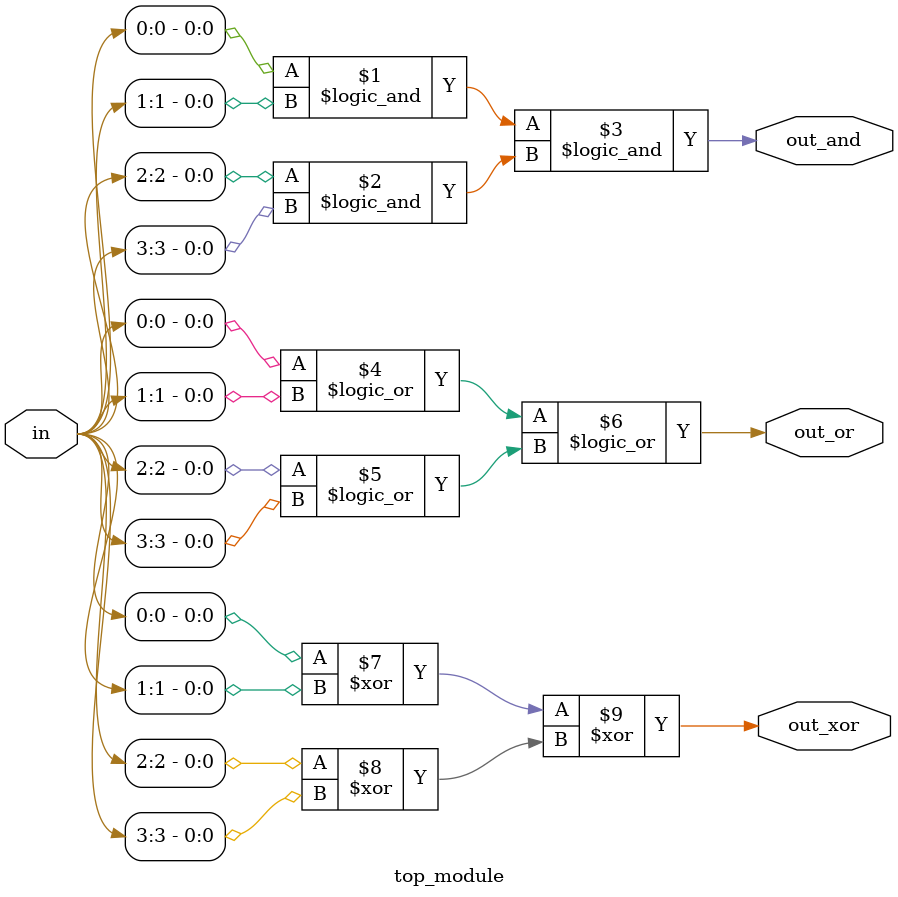
<source format=v>
module top_module( 
    input [3:0] in,
    output out_and,
    output out_or,
    output out_xor
);
    assign out_and = (in[0]&&in[1])&&(in[2]&&in[3]);
    assign out_or = (in[0]||in[1])||(in[2]||in[3]);
    assign out_xor = (in[0]^in[1])^(in[2]^in[3]);

endmodule

</source>
